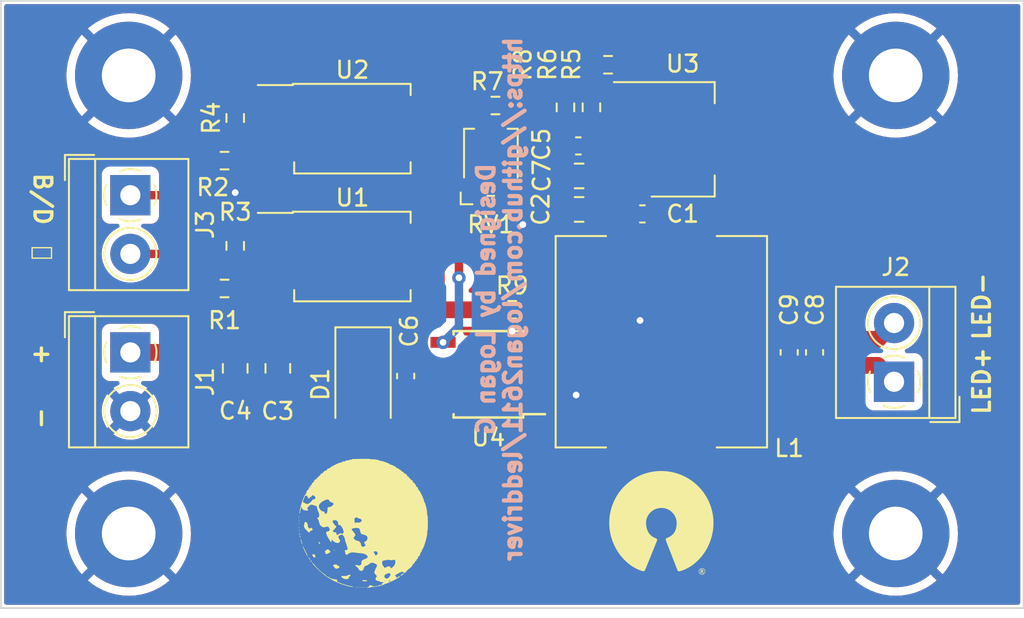
<source format=kicad_pcb>
(kicad_pcb (version 20221018) (generator pcbnew)

  (general
    (thickness 1.6)
  )

  (paper "A4")
  (layers
    (0 "F.Cu" signal)
    (31 "B.Cu" signal)
    (32 "B.Adhes" user "B.Adhesive")
    (33 "F.Adhes" user "F.Adhesive")
    (34 "B.Paste" user)
    (35 "F.Paste" user)
    (36 "B.SilkS" user "B.Silkscreen")
    (37 "F.SilkS" user "F.Silkscreen")
    (38 "B.Mask" user)
    (39 "F.Mask" user)
    (40 "Dwgs.User" user "User.Drawings")
    (41 "Cmts.User" user "User.Comments")
    (42 "Eco1.User" user "User.Eco1")
    (43 "Eco2.User" user "User.Eco2")
    (44 "Edge.Cuts" user)
    (45 "Margin" user)
    (46 "B.CrtYd" user "B.Courtyard")
    (47 "F.CrtYd" user "F.Courtyard")
    (48 "B.Fab" user)
    (49 "F.Fab" user)
    (50 "User.1" user)
    (51 "User.2" user)
    (52 "User.3" user)
    (53 "User.4" user)
    (54 "User.5" user)
    (55 "User.6" user)
    (56 "User.7" user)
    (57 "User.8" user)
    (58 "User.9" user)
  )

  (setup
    (stackup
      (layer "F.SilkS" (type "Top Silk Screen"))
      (layer "F.Paste" (type "Top Solder Paste"))
      (layer "F.Mask" (type "Top Solder Mask") (thickness 0.01))
      (layer "F.Cu" (type "copper") (thickness 0.035))
      (layer "dielectric 1" (type "core") (thickness 1.51) (material "FR4") (epsilon_r 4.5) (loss_tangent 0.02))
      (layer "B.Cu" (type "copper") (thickness 0.035))
      (layer "B.Mask" (type "Bottom Solder Mask") (thickness 0.01))
      (layer "B.Paste" (type "Bottom Solder Paste"))
      (layer "B.SilkS" (type "Bottom Silk Screen"))
      (copper_finish "None")
      (dielectric_constraints no)
    )
    (pad_to_mask_clearance 0)
    (pcbplotparams
      (layerselection 0x00010fc_ffffffff)
      (plot_on_all_layers_selection 0x0000000_00000000)
      (disableapertmacros false)
      (usegerberextensions false)
      (usegerberattributes true)
      (usegerberadvancedattributes true)
      (creategerberjobfile true)
      (dashed_line_dash_ratio 12.000000)
      (dashed_line_gap_ratio 3.000000)
      (svgprecision 4)
      (plotframeref false)
      (viasonmask false)
      (mode 1)
      (useauxorigin false)
      (hpglpennumber 1)
      (hpglpenspeed 20)
      (hpglpendiameter 15.000000)
      (dxfpolygonmode true)
      (dxfimperialunits true)
      (dxfusepcbnewfont true)
      (psnegative false)
      (psa4output false)
      (plotreference true)
      (plotvalue true)
      (plotinvisibletext false)
      (sketchpadsonfab false)
      (subtractmaskfromsilk false)
      (outputformat 1)
      (mirror false)
      (drillshape 0)
      (scaleselection 1)
      (outputdirectory "outputs/gerber/")
    )
  )

  (net 0 "")
  (net 1 "GND")
  (net 2 "VCC")
  (net 3 "Net-(U3-VO)")
  (net 4 "Net-(D1-A)")
  (net 5 "/ON{slash}~{OFF}")
  (net 6 "Net-(R1-Pad2)")
  (net 7 "/BRIGHT{slash}~{DIM}")
  (net 8 "Net-(R2-Pad2)")
  (net 9 "Net-(U3-ADJ)")
  (net 10 "Net-(R7-Pad1)")
  (net 11 "Net-(R7-Pad2)")
  (net 12 "Net-(U4-CTRL)")
  (net 13 "unconnected-(RV1-Pad1)")
  (net 14 "unconnected-(U4-N{slash}C)")
  (net 15 "/LED-")
  (net 16 "/LED+")

  (footprint "Resistor_SMD:R_0603_1608Metric" (layer "F.Cu") (at 149.86 81.915))

  (footprint "Capacitor_SMD:C_0805_2012Metric" (layer "F.Cu") (at 150.495 94.295 -90))

  (footprint "Resistor_SMD:R_0603_1608Metric" (layer "F.Cu") (at 171.728153 78.74 -90))

  (footprint "Inductor_SMD:L_12x12mm_H6mm" (layer "F.Cu") (at 175.895 92.71 90))

  (footprint "Capacitor_SMD:C_0603_1608Metric" (layer "F.Cu") (at 170.948773 81.036844))

  (footprint "Capacitor_SMD:C_0603_1608Metric" (layer "F.Cu") (at 160.655 94.755 -90))

  (footprint "TerminalBlock_4Ucon:TerminalBlock_4Ucon_1x02_P3.50mm_Horizontal" (layer "F.Cu") (at 189.765 95.095 90))

  (footprint "MountingHole:MountingHole_3.2mm_M3_Pad" (layer "F.Cu") (at 189.865 76.835))

  (footprint "Resistor_SMD:R_0603_1608Metric" (layer "F.Cu") (at 150.495 86.995 90))

  (footprint "Capacitor_SMD:C_0805_2012Metric" (layer "F.Cu") (at 170.99306 84.823398 180))

  (footprint "MountingHole:MountingHole_3.2mm_M3_Pad" (layer "F.Cu") (at 189.865 104.14))

  (footprint "MountingHole:MountingHole_3.2mm_M3_Pad" (layer "F.Cu") (at 144.145 76.835))

  (footprint "Capacitor_SMD:C_0805_2012Metric" (layer "F.Cu") (at 170.99306 82.827507))

  (footprint "Resistor_SMD:R_0603_1608Metric" (layer "F.Cu") (at 149.86 89.535))

  (footprint "Capacitor_SMD:C_0603_1608Metric" (layer "F.Cu") (at 183.515 93.345 90))

  (footprint "MountingHole:MountingHole_3.2mm_M3_Pad" (layer "F.Cu") (at 144.145 104.14))

  (footprint "Capacitor_SMD:C_0603_1608Metric" (layer "F.Cu") (at 185.028099 93.345 90))

  (footprint "LOGO" (layer "F.Cu") (at 158.115 103.505))

  (footprint "Diode_SMD:D_SMA" (layer "F.Cu") (at 158.115 95.25 -90))

  (footprint "Package_SO:SSO-4_6.7x5.1mm_P2.54mm_Clearance8mm" (layer "F.Cu") (at 157.48 87.63))

  (footprint "Resistor_SMD:R_0603_1608Metric" (layer "F.Cu") (at 167.005 90.805))

  (footprint "Potentiometer_SMD:Potentiometer_Bourns_TC33X_Vertical" (layer "F.Cu") (at 165.735 81.915 90))

  (footprint "Capacitor_SMD:C_0603_1608Metric" (layer "F.Cu") (at 174.765 85.09 180))

  (footprint "Package_TO_SOT_SMD:SOT-223-3_TabPin2" (layer "F.Cu") (at 177.165 80.645))

  (footprint "Package_SO:SSO-4_6.7x5.1mm_P2.54mm_Clearance8mm" (layer "F.Cu") (at 157.48 80.01))

  (footprint "Resistor_SMD:R_0603_1608Metric" (layer "F.Cu") (at 170.18 78.74 -90))

  (footprint "Capacitor_SMD:C_0805_2012Metric" (layer "F.Cu") (at 153.035 94.295 -90))

  (footprint "Package_SO:Diodes_PSOP-8" (layer "F.Cu") (at 165.584935 94.651211 180))

  (footprint "TerminalBlock_4Ucon:TerminalBlock_4Ucon_1x02_P3.50mm_Horizontal" (layer "F.Cu") (at 144.245 93.345 -90))

  (footprint "LOGO" (layer "F.Cu") (at 175.905218 104.532143))

  (footprint "Resistor_SMD:R_0603_1608Metric" (layer "F.Cu") (at 172.72 76.2 180))

  (footprint "TerminalBlock_4Ucon:TerminalBlock_4Ucon_1x02_P3.50mm_Horizontal" (layer "F.Cu") (at 144.245 83.975 -90))

  (footprint "Resistor_SMD:R_0603_1608Metric" (layer "F.Cu") (at 166.005708 78.629225))

  (footprint "Resistor_SMD:R_0603_1608Metric" (layer "F.Cu")
    (tstamp f9830bf3-a68f-4809-9037-8bddea840ef2)
    (at 150.495 79.375 90)
    (descr "Resistor SMD 0603 (1608 Metric), square (rectangular) end terminal, IPC_7351 nominal, (Body size source: IPC-SM-782 page 72, https://www.pcb-3d.com/wordpress/wp-content/uploads/ipc-sm-782a_amendment_1_and_2.pdf), generated with kicad-footprint-generator")
    (tags "resistor")
    (property "LCSC" "C2907166")
    (property "Sheetfile" "leddriver.kicad_sch")
    (property "Sheetname" "")
    (property "ki_description" "Resistor")
    (property "ki_keywords" "R res resistor")
    (path "/a294cbfa-ce8a-404d-b925-a442172566a8")
    (attr smd)
    (fp_text reference "R4" (at 0 -1.43 90) (layer "F.SilkS")
        (effects (font (size 1 1) (thickness 0.153)))
      (tstamp 5db3caad-9925-42e3-be75-c8023f7a5043)
    )
    (fp_text value "4.7k" (at 0 1.43 90) (layer "F.Fab")
        (effects (font (size 1 1) (thickness 0.15)))
      (tstamp 3c56f970-b1aa-4df2-9bd9-3fcaa618f450)
    )
    (fp_text user "${REFERENCE}" (at 0 0 90) (layer "F.Fab")
        (effects (font (size 0.4 0.4) (thickness 0.06)))
      (tstamp 4f56ca3a-d48a-4c89-b2e3-2e9998b4f4cc)
    )
    (fp_line (start -0.237258 -0.5225) (end 0.237258 -0.5225)
      (stroke (width 0.12) (type solid)) (layer "F.SilkS") (tstamp bd5d4498-dd0b-45a2-836a-7e4e86602454))
    (fp_line (start -0.237258 0.5225) (end 0.237258 0.5225)
      (stroke (width 0.12) (type solid)) (layer "F.SilkS") (tstamp e3fc59b3-2f48-4b51-8b7e-403f0d4e3d80))
    (fp_line (start -1.48 -0.73) (end 1.48 -0.73)
      (stroke (width 0.05) (type solid)) (layer "F.CrtYd") (tstamp 9896f733-a2bc-4f1f-a5bf-c3b242443ab4))
    (fp_line (start -1.48 0.73) (end -1.48 -0.73)
      (stroke (width 0.05) (type solid)) (layer "F.CrtYd") (tstamp 54b6b6b0-36b9-4223-af69-9ab279837d30))
    (fp_line (start 1.48 -0.73) (end 1.48 0.73)
      (stroke (width 0.05) (type solid)) (layer
... [186370 chars truncated]
</source>
